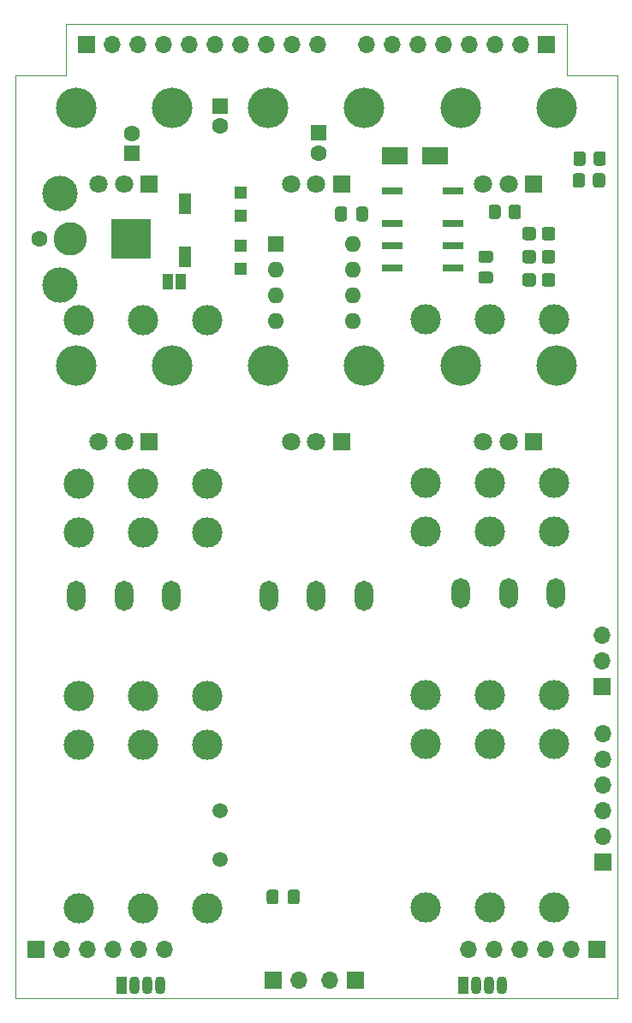
<source format=gbr>
%TF.GenerationSoftware,KiCad,Pcbnew,(5.1.7)-1*%
%TF.CreationDate,2021-10-21T20:17:55-07:00*%
%TF.ProjectId,Digital Board Rev 2,44696769-7461-46c2-9042-6f6172642052,rev?*%
%TF.SameCoordinates,Original*%
%TF.FileFunction,Soldermask,Top*%
%TF.FilePolarity,Negative*%
%FSLAX46Y46*%
G04 Gerber Fmt 4.6, Leading zero omitted, Abs format (unit mm)*
G04 Created by KiCad (PCBNEW (5.1.7)-1) date 2021-10-21 20:17:55*
%MOMM*%
%LPD*%
G01*
G04 APERTURE LIST*
%TA.AperFunction,Profile*%
%ADD10C,0.050000*%
%TD*%
%ADD11O,1.700000X1.700000*%
%ADD12R,1.700000X1.700000*%
%ADD13C,1.600000*%
%ADD14C,3.500000*%
%ADD15C,3.300000*%
%ADD16R,4.000000X4.000000*%
%ADD17C,3.000000*%
%ADD18O,1.800000X3.000000*%
%ADD19R,1.800000X1.800000*%
%ADD20C,1.800000*%
%ADD21O,4.000000X4.000000*%
%ADD22R,1.300000X1.300000*%
%ADD23R,1.300000X2.000000*%
%ADD24C,1.500000*%
%ADD25O,1.600000X1.600000*%
%ADD26R,1.600000X1.600000*%
%ADD27R,2.000000X0.700000*%
%ADD28R,1.000000X1.500000*%
%ADD29R,2.500000X1.800000*%
%ADD30O,1.070000X1.800000*%
%ADD31R,1.070000X1.800000*%
G04 APERTURE END LIST*
D10*
X177750000Y-40750000D02*
X182750000Y-40750000D01*
X177750000Y-35750000D02*
X177750000Y-40750000D01*
X128250000Y-40750000D02*
X128250000Y-35750000D01*
X123250000Y-40750000D02*
X128250000Y-40750000D01*
X182750000Y-40750000D02*
X182750000Y-132080000D01*
X128250000Y-35750000D02*
X177750000Y-35750000D01*
X123250000Y-132080000D02*
X123250000Y-40750000D01*
X182750000Y-132080000D02*
X123250000Y-132080000D01*
D11*
%TO.C,J15*%
X181250000Y-96170000D03*
X181250000Y-98710000D03*
D12*
X181250000Y-101250000D03*
%TD*%
D13*
%TO.C,J12*%
X125650000Y-57000000D03*
D14*
X127650000Y-61500000D03*
X127650000Y-52500000D03*
D15*
X128650000Y-57000000D03*
D16*
X134650000Y-57000000D03*
%TD*%
D11*
%TO.C,J4*%
X157970000Y-37750000D03*
X160510000Y-37750000D03*
X163050000Y-37750000D03*
X165590000Y-37750000D03*
X168130000Y-37750000D03*
X170670000Y-37750000D03*
X173210000Y-37750000D03*
D12*
X175750000Y-37750000D03*
%TD*%
%TO.C,R51*%
G36*
G01*
X172040500Y-54742501D02*
X172040500Y-53842499D01*
G75*
G02*
X172290499Y-53592500I249999J0D01*
G01*
X172990501Y-53592500D01*
G75*
G02*
X173240500Y-53842499I0J-249999D01*
G01*
X173240500Y-54742501D01*
G75*
G02*
X172990501Y-54992500I-249999J0D01*
G01*
X172290499Y-54992500D01*
G75*
G02*
X172040500Y-54742501I0J249999D01*
G01*
G37*
G36*
G01*
X170040500Y-54742501D02*
X170040500Y-53842499D01*
G75*
G02*
X170290499Y-53592500I249999J0D01*
G01*
X170990501Y-53592500D01*
G75*
G02*
X171240500Y-53842499I0J-249999D01*
G01*
X171240500Y-54742501D01*
G75*
G02*
X170990501Y-54992500I-249999J0D01*
G01*
X170290499Y-54992500D01*
G75*
G02*
X170040500Y-54742501I0J249999D01*
G01*
G37*
%TD*%
%TO.C,R12*%
G36*
G01*
X179622500Y-48571999D02*
X179622500Y-49472001D01*
G75*
G02*
X179372501Y-49722000I-249999J0D01*
G01*
X178672499Y-49722000D01*
G75*
G02*
X178422500Y-49472001I0J249999D01*
G01*
X178422500Y-48571999D01*
G75*
G02*
X178672499Y-48322000I249999J0D01*
G01*
X179372501Y-48322000D01*
G75*
G02*
X179622500Y-48571999I0J-249999D01*
G01*
G37*
G36*
G01*
X181622500Y-48571999D02*
X181622500Y-49472001D01*
G75*
G02*
X181372501Y-49722000I-249999J0D01*
G01*
X180672499Y-49722000D01*
G75*
G02*
X180422500Y-49472001I0J249999D01*
G01*
X180422500Y-48571999D01*
G75*
G02*
X180672499Y-48322000I249999J0D01*
G01*
X181372501Y-48322000D01*
G75*
G02*
X181622500Y-48571999I0J-249999D01*
G01*
G37*
%TD*%
%TO.C,D7*%
G36*
G01*
X174706000Y-58337500D02*
X174706000Y-59137500D01*
G75*
G02*
X174456000Y-59387500I-250000J0D01*
G01*
X173631000Y-59387500D01*
G75*
G02*
X173381000Y-59137500I0J250000D01*
G01*
X173381000Y-58337500D01*
G75*
G02*
X173631000Y-58087500I250000J0D01*
G01*
X174456000Y-58087500D01*
G75*
G02*
X174706000Y-58337500I0J-250000D01*
G01*
G37*
G36*
G01*
X176631000Y-58337500D02*
X176631000Y-59137500D01*
G75*
G02*
X176381000Y-59387500I-250000J0D01*
G01*
X175556000Y-59387500D01*
G75*
G02*
X175306000Y-59137500I0J250000D01*
G01*
X175306000Y-58337500D01*
G75*
G02*
X175556000Y-58087500I250000J0D01*
G01*
X176381000Y-58087500D01*
G75*
G02*
X176631000Y-58337500I0J-250000D01*
G01*
G37*
%TD*%
D17*
%TO.C,J7*%
X142200000Y-107000000D03*
X142200000Y-123200000D03*
X135850000Y-107000000D03*
X129500000Y-107000000D03*
X135850000Y-123200000D03*
X129500000Y-123200000D03*
%TD*%
D11*
%TO.C,J11*%
X153110000Y-37750000D03*
X150570000Y-37750000D03*
X148030000Y-37750000D03*
X145490000Y-37750000D03*
X142950000Y-37750000D03*
X140410000Y-37750000D03*
X137870000Y-37750000D03*
X135330000Y-37750000D03*
X132790000Y-37750000D03*
D12*
X130250000Y-37750000D03*
%TD*%
D17*
%TO.C,J5*%
X176500000Y-106900000D03*
X170150000Y-106900000D03*
X176500000Y-123100000D03*
X170150000Y-123100000D03*
X163800000Y-106900000D03*
X163800000Y-123100000D03*
%TD*%
D18*
%TO.C,SW3*%
X129300000Y-92250000D03*
X138700000Y-92250000D03*
X134000000Y-92250000D03*
%TD*%
%TO.C,SW2*%
X148300000Y-92250000D03*
X157700000Y-92250000D03*
X153000000Y-92250000D03*
%TD*%
D11*
%TO.C,J14*%
X168050000Y-127250000D03*
X170590000Y-127250000D03*
X173130000Y-127250000D03*
X175670000Y-127250000D03*
X178210000Y-127250000D03*
D12*
X180750000Y-127250000D03*
%TD*%
D11*
%TO.C,J13*%
X137950000Y-127250000D03*
X135410000Y-127250000D03*
X132870000Y-127250000D03*
X130330000Y-127250000D03*
X127790000Y-127250000D03*
D12*
X125250000Y-127250000D03*
%TD*%
D19*
%TO.C,RV10*%
X155500000Y-51500000D03*
D20*
X153000000Y-51500000D03*
X150500000Y-51500000D03*
D21*
X157750000Y-44000000D03*
X148250000Y-44000000D03*
%TD*%
D22*
%TO.C,RV9*%
X145500000Y-57600000D03*
D23*
X140000000Y-58750000D03*
D22*
X145500000Y-59900000D03*
%TD*%
%TO.C,RV8*%
X145500000Y-52350000D03*
D23*
X140000000Y-53500000D03*
D22*
X145500000Y-54650000D03*
%TD*%
%TO.C,C19*%
G36*
G01*
X170225000Y-59300000D02*
X169275000Y-59300000D01*
G75*
G02*
X169025000Y-59050000I0J250000D01*
G01*
X169025000Y-58375000D01*
G75*
G02*
X169275000Y-58125000I250000J0D01*
G01*
X170225000Y-58125000D01*
G75*
G02*
X170475000Y-58375000I0J-250000D01*
G01*
X170475000Y-59050000D01*
G75*
G02*
X170225000Y-59300000I-250000J0D01*
G01*
G37*
G36*
G01*
X170225000Y-61375000D02*
X169275000Y-61375000D01*
G75*
G02*
X169025000Y-61125000I0J250000D01*
G01*
X169025000Y-60450000D01*
G75*
G02*
X169275000Y-60200000I250000J0D01*
G01*
X170225000Y-60200000D01*
G75*
G02*
X170475000Y-60450000I0J-250000D01*
G01*
X170475000Y-61125000D01*
G75*
G02*
X170225000Y-61375000I-250000J0D01*
G01*
G37*
%TD*%
%TO.C,C18*%
G36*
G01*
X156950000Y-54975000D02*
X156950000Y-54025000D01*
G75*
G02*
X157200000Y-53775000I250000J0D01*
G01*
X157875000Y-53775000D01*
G75*
G02*
X158125000Y-54025000I0J-250000D01*
G01*
X158125000Y-54975000D01*
G75*
G02*
X157875000Y-55225000I-250000J0D01*
G01*
X157200000Y-55225000D01*
G75*
G02*
X156950000Y-54975000I0J250000D01*
G01*
G37*
G36*
G01*
X154875000Y-54975000D02*
X154875000Y-54025000D01*
G75*
G02*
X155125000Y-53775000I250000J0D01*
G01*
X155800000Y-53775000D01*
G75*
G02*
X156050000Y-54025000I0J-250000D01*
G01*
X156050000Y-54975000D01*
G75*
G02*
X155800000Y-55225000I-250000J0D01*
G01*
X155125000Y-55225000D01*
G75*
G02*
X154875000Y-54975000I0J250000D01*
G01*
G37*
%TD*%
D19*
%TO.C,RV4*%
X136500000Y-51500000D03*
D20*
X134000000Y-51500000D03*
X131500000Y-51500000D03*
D21*
X138750000Y-44000000D03*
X129250000Y-44000000D03*
%TD*%
D19*
%TO.C,RV5*%
X136500000Y-77000000D03*
D20*
X134000000Y-77000000D03*
X131500000Y-77000000D03*
D21*
X138750000Y-69500000D03*
X129250000Y-69500000D03*
%TD*%
D19*
%TO.C,RV3*%
X155500000Y-77000000D03*
D20*
X153000000Y-77000000D03*
X150500000Y-77000000D03*
D21*
X157750000Y-69500000D03*
X148250000Y-69500000D03*
%TD*%
%TO.C,RV2*%
X167250000Y-44000000D03*
X176750000Y-44000000D03*
D20*
X169500000Y-51500000D03*
X172000000Y-51500000D03*
D19*
X174500000Y-51500000D03*
%TD*%
%TO.C,RV1*%
X174500000Y-77000000D03*
D20*
X172000000Y-77000000D03*
X169500000Y-77000000D03*
D21*
X176750000Y-69500000D03*
X167250000Y-69500000D03*
%TD*%
D24*
%TO.C,Y1*%
X143500000Y-118380000D03*
X143500000Y-113500000D03*
%TD*%
D25*
%TO.C,U26*%
X156620000Y-57500000D03*
X149000000Y-65120000D03*
X156620000Y-60040000D03*
X149000000Y-62580000D03*
X156620000Y-62580000D03*
X149000000Y-60040000D03*
X156620000Y-65120000D03*
D26*
X149000000Y-57500000D03*
%TD*%
D18*
%TO.C,SW1*%
X176700000Y-91984000D03*
X167300000Y-91984000D03*
X172000000Y-91984000D03*
%TD*%
%TO.C,R52*%
G36*
G01*
X180359000Y-51631001D02*
X180359000Y-50730999D01*
G75*
G02*
X180608999Y-50481000I249999J0D01*
G01*
X181309001Y-50481000D01*
G75*
G02*
X181559000Y-50730999I0J-249999D01*
G01*
X181559000Y-51631001D01*
G75*
G02*
X181309001Y-51881000I-249999J0D01*
G01*
X180608999Y-51881000D01*
G75*
G02*
X180359000Y-51631001I0J249999D01*
G01*
G37*
G36*
G01*
X178359000Y-51631001D02*
X178359000Y-50730999D01*
G75*
G02*
X178608999Y-50481000I249999J0D01*
G01*
X179309001Y-50481000D01*
G75*
G02*
X179559000Y-50730999I0J-249999D01*
G01*
X179559000Y-51631001D01*
G75*
G02*
X179309001Y-51881000I-249999J0D01*
G01*
X178608999Y-51881000D01*
G75*
G02*
X178359000Y-51631001I0J249999D01*
G01*
G37*
%TD*%
D27*
%TO.C,K1*%
X160500000Y-59800000D03*
X166500000Y-59800000D03*
X160500000Y-57600000D03*
X166500000Y-57600000D03*
X160500000Y-55400000D03*
X166500000Y-55400000D03*
X160500000Y-52200000D03*
X166500000Y-52200000D03*
%TD*%
D28*
%TO.C,JP1*%
X139588000Y-61214000D03*
X138288000Y-61214000D03*
%TD*%
D17*
%TO.C,J10*%
X176500000Y-64900000D03*
X170150000Y-64900000D03*
X176500000Y-81100000D03*
X170150000Y-81100000D03*
X163800000Y-64900000D03*
X163800000Y-81100000D03*
%TD*%
%TO.C,J9*%
X142200000Y-65000000D03*
X142200000Y-81200000D03*
X135850000Y-65000000D03*
X129500000Y-65000000D03*
X135850000Y-81200000D03*
X129500000Y-81200000D03*
%TD*%
%TO.C,J8*%
X129500000Y-102200000D03*
X135850000Y-102200000D03*
X129500000Y-86000000D03*
X135850000Y-86000000D03*
X142200000Y-102200000D03*
X142200000Y-86000000D03*
%TD*%
%TO.C,J6*%
X176500000Y-85900000D03*
X170150000Y-85900000D03*
X176500000Y-102100000D03*
X170150000Y-102100000D03*
X163800000Y-85900000D03*
X163800000Y-102100000D03*
%TD*%
D11*
%TO.C,J3*%
X181348000Y-105918000D03*
X181348000Y-108458000D03*
X181348000Y-110998000D03*
X181348000Y-113538000D03*
X181348000Y-116078000D03*
D12*
X181348000Y-118618000D03*
%TD*%
D11*
%TO.C,J2*%
X151320500Y-130302000D03*
D12*
X148780500Y-130302000D03*
%TD*%
D11*
%TO.C,J1*%
X154305000Y-130302000D03*
D12*
X156845000Y-130302000D03*
%TD*%
%TO.C,D5*%
G36*
G01*
X174706000Y-60623500D02*
X174706000Y-61423500D01*
G75*
G02*
X174456000Y-61673500I-250000J0D01*
G01*
X173631000Y-61673500D01*
G75*
G02*
X173381000Y-61423500I0J250000D01*
G01*
X173381000Y-60623500D01*
G75*
G02*
X173631000Y-60373500I250000J0D01*
G01*
X174456000Y-60373500D01*
G75*
G02*
X174706000Y-60623500I0J-250000D01*
G01*
G37*
G36*
G01*
X176631000Y-60623500D02*
X176631000Y-61423500D01*
G75*
G02*
X176381000Y-61673500I-250000J0D01*
G01*
X175556000Y-61673500D01*
G75*
G02*
X175306000Y-61423500I0J250000D01*
G01*
X175306000Y-60623500D01*
G75*
G02*
X175556000Y-60373500I250000J0D01*
G01*
X176381000Y-60373500D01*
G75*
G02*
X176631000Y-60623500I0J-250000D01*
G01*
G37*
%TD*%
%TO.C,D4*%
G36*
G01*
X174706000Y-56051500D02*
X174706000Y-56851500D01*
G75*
G02*
X174456000Y-57101500I-250000J0D01*
G01*
X173631000Y-57101500D01*
G75*
G02*
X173381000Y-56851500I0J250000D01*
G01*
X173381000Y-56051500D01*
G75*
G02*
X173631000Y-55801500I250000J0D01*
G01*
X174456000Y-55801500D01*
G75*
G02*
X174706000Y-56051500I0J-250000D01*
G01*
G37*
G36*
G01*
X176631000Y-56051500D02*
X176631000Y-56851500D01*
G75*
G02*
X176381000Y-57101500I-250000J0D01*
G01*
X175556000Y-57101500D01*
G75*
G02*
X175306000Y-56851500I0J250000D01*
G01*
X175306000Y-56051500D01*
G75*
G02*
X175556000Y-55801500I250000J0D01*
G01*
X176381000Y-55801500D01*
G75*
G02*
X176631000Y-56051500I0J-250000D01*
G01*
G37*
%TD*%
D29*
%TO.C,D3*%
X164750000Y-48750000D03*
X160750000Y-48750000D03*
%TD*%
D30*
%TO.C,D2*%
X137541000Y-130810000D03*
X136271000Y-130810000D03*
X135001000Y-130810000D03*
D31*
X133731000Y-130810000D03*
%TD*%
D30*
%TO.C,D1*%
X171323000Y-130810000D03*
X170053000Y-130810000D03*
X168783000Y-130810000D03*
D31*
X167513000Y-130810000D03*
%TD*%
D13*
%TO.C,C25*%
X134747000Y-46514000D03*
D26*
X134747000Y-48514000D03*
%TD*%
D13*
%TO.C,C24*%
X153250000Y-48500000D03*
D26*
X153250000Y-46500000D03*
%TD*%
D13*
%TO.C,C23*%
X143510000Y-45815000D03*
D26*
X143510000Y-43815000D03*
%TD*%
%TO.C,C5*%
G36*
G01*
X150183000Y-122522000D02*
X150183000Y-121572000D01*
G75*
G02*
X150433000Y-121322000I250000J0D01*
G01*
X151108000Y-121322000D01*
G75*
G02*
X151358000Y-121572000I0J-250000D01*
G01*
X151358000Y-122522000D01*
G75*
G02*
X151108000Y-122772000I-250000J0D01*
G01*
X150433000Y-122772000D01*
G75*
G02*
X150183000Y-122522000I0J250000D01*
G01*
G37*
G36*
G01*
X148108000Y-122522000D02*
X148108000Y-121572000D01*
G75*
G02*
X148358000Y-121322000I250000J0D01*
G01*
X149033000Y-121322000D01*
G75*
G02*
X149283000Y-121572000I0J-250000D01*
G01*
X149283000Y-122522000D01*
G75*
G02*
X149033000Y-122772000I-250000J0D01*
G01*
X148358000Y-122772000D01*
G75*
G02*
X148108000Y-122522000I0J250000D01*
G01*
G37*
%TD*%
M02*

</source>
